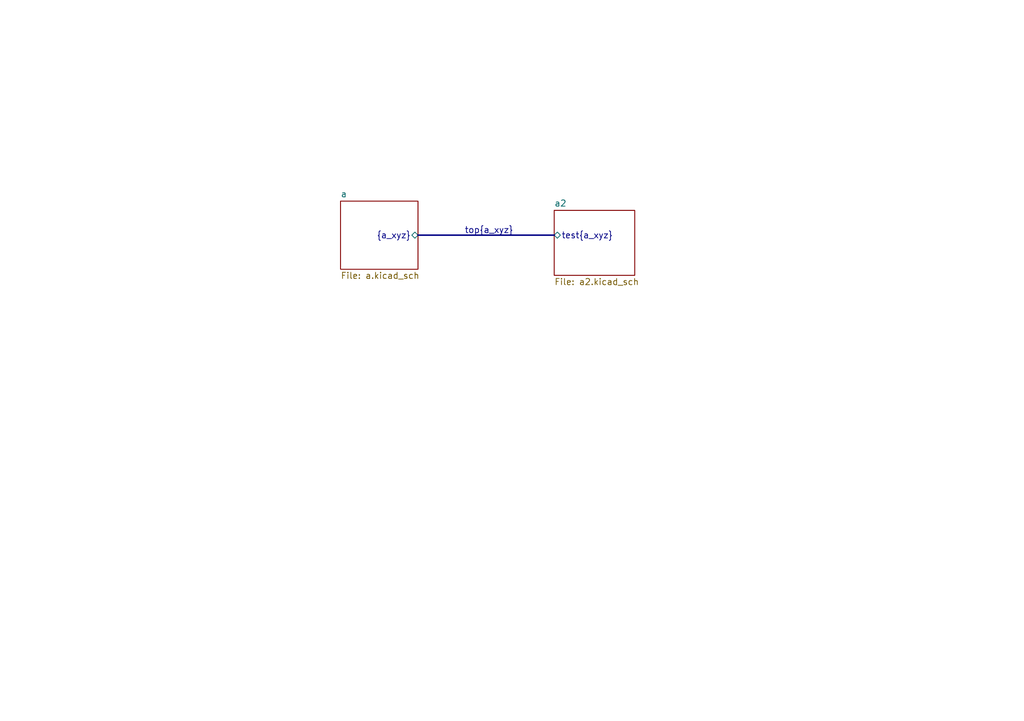
<source format=kicad_sch>
(kicad_sch (version 20230121) (generator eeschema)
  (paper "A5")
  (lib_symbols)
  (bus_alias "b_yz" (members "y" "z"))
  (bus_alias "b_x" (members "x"))
  (bus_alias "a_xyz" (members "x" "y" "z"))
  (bus (pts (xy 85.725 48.26) (xy 113.665 48.26)))
  (label "top{a_xyz}" (at 95.25 48.26 0))
  (sheet (at 69.85 41.275) (size 15.875 13.97) (stroke (width 0.1524))
    (property "Sheetname" "a" (at 69.85 40.5634 0) (effects (justify left bottom)))
    (property "Sheetfile" "a.kicad_sch" (at 69.85 55.8296 0) (effects (justify left top)))
    (pin "{a_xyz}" bidirectional (at 85.725 48.26 0))
  )
  (sheet (at 113.665 43.18) (size 16.51 13.335) (stroke (width 0.1524))
    (property "Sheetname" "a2" (at 113.665 42.4684 0) (effects (justify left bottom)))
    (property "Sheetfile" "a2.kicad_sch" (at 113.665 57.0996 0) (effects (justify left top)))
    (pin "test{a_xyz}" bidirectional (at 113.665 48.26 180))
  )
)
</source>
